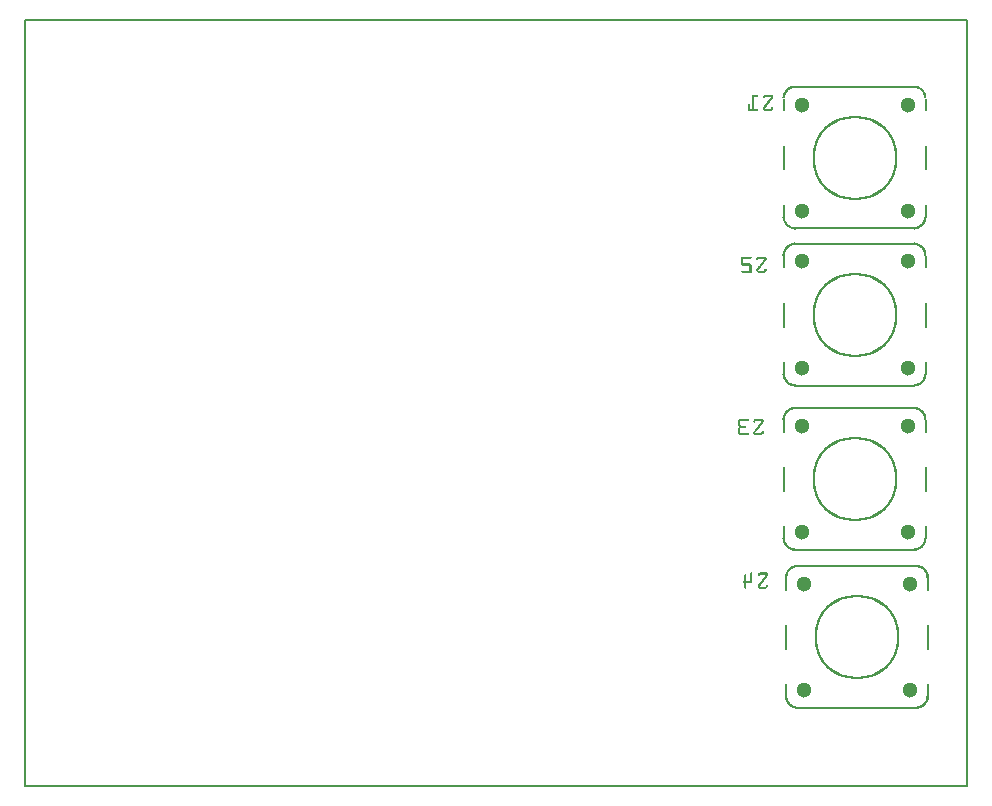
<source format=gbo>
G04 MADE WITH FRITZING*
G04 WWW.FRITZING.ORG*
G04 DOUBLE SIDED*
G04 HOLES PLATED*
G04 CONTOUR ON CENTER OF CONTOUR VECTOR*
%ASAXBY*%
%FSLAX23Y23*%
%MOIN*%
%OFA0B0*%
%SFA1.0B1.0*%
%ADD10C,0.283590X0.26759*%
%ADD11C,0.051181X-0.0039371*%
%ADD12R,3.149610X2.559060X3.133610X2.543060*%
%ADD13C,0.008000*%
%ADD14R,0.001000X0.001000*%
%LNSILK0*%
G90*
G70*
G54D10*
X2771Y2097D03*
G54D11*
X2948Y2274D03*
X2594Y2274D03*
X2594Y1920D03*
X2948Y1920D03*
G54D10*
X2771Y1574D03*
G54D11*
X2948Y1751D03*
X2594Y1751D03*
X2594Y1396D03*
X2948Y1396D03*
G54D10*
X2779Y499D03*
G54D11*
X2956Y676D03*
X2602Y676D03*
X2602Y322D03*
X2956Y322D03*
G54D10*
X2771Y1026D03*
G54D11*
X2948Y1203D03*
X2594Y1203D03*
X2594Y849D03*
X2948Y849D03*
G54D13*
X4Y2555D02*
X3146Y2555D01*
X3146Y4D01*
X4Y4D01*
X4Y2555D01*
D02*
X3007Y2255D02*
X3007Y2294D01*
D02*
X2968Y2333D02*
X2574Y2333D01*
D02*
X2535Y2294D02*
X2535Y2255D01*
D02*
X2535Y2137D02*
X2535Y2058D01*
D02*
X2535Y1940D02*
X2535Y1900D01*
D02*
X2574Y1861D02*
X2968Y1861D01*
D02*
X3007Y1900D02*
X3007Y1940D01*
D02*
X3007Y2058D02*
X3007Y2137D01*
D02*
X3007Y1731D02*
X3007Y1770D01*
D02*
X2968Y1810D02*
X2574Y1810D01*
D02*
X2535Y1770D02*
X2535Y1731D01*
D02*
X2535Y1613D02*
X2535Y1534D01*
D02*
X2535Y1416D02*
X2535Y1377D01*
D02*
X2574Y1337D02*
X2968Y1337D01*
D02*
X3007Y1377D02*
X3007Y1416D01*
D02*
X3007Y1534D02*
X3007Y1613D01*
D02*
X3015Y657D02*
X3015Y696D01*
D02*
X2976Y736D02*
X2582Y736D01*
D02*
X2542Y696D02*
X2542Y657D01*
D02*
X2542Y539D02*
X2542Y460D01*
D02*
X2542Y342D02*
X2542Y302D01*
D02*
X2582Y263D02*
X2976Y263D01*
D02*
X3015Y302D02*
X3015Y342D01*
D02*
X3015Y460D02*
X3015Y539D01*
D02*
X3007Y1184D02*
X3007Y1223D01*
D02*
X2968Y1262D02*
X2574Y1262D01*
D02*
X2535Y1223D02*
X2535Y1184D01*
D02*
X2535Y1066D02*
X2535Y987D01*
D02*
X2535Y869D02*
X2535Y829D01*
D02*
X2574Y790D02*
X2968Y790D01*
D02*
X3007Y829D02*
X3007Y869D01*
D02*
X3007Y987D02*
X3007Y1066D01*
G54D14*
X2565Y2337D02*
X2573Y2337D01*
X2967Y2337D02*
X2975Y2337D01*
X2561Y2336D02*
X2573Y2336D01*
X2967Y2336D02*
X2979Y2336D01*
X2558Y2335D02*
X2573Y2335D01*
X2967Y2335D02*
X2981Y2335D01*
X2556Y2334D02*
X2573Y2334D01*
X2967Y2334D02*
X2984Y2334D01*
X2554Y2333D02*
X2573Y2333D01*
X2967Y2333D02*
X2986Y2333D01*
X2552Y2332D02*
X2573Y2332D01*
X2967Y2332D02*
X2988Y2332D01*
X2550Y2331D02*
X2573Y2331D01*
X2967Y2331D02*
X2989Y2331D01*
X2549Y2330D02*
X2572Y2330D01*
X2967Y2330D02*
X2991Y2330D01*
X2547Y2329D02*
X2564Y2329D01*
X2975Y2329D02*
X2992Y2329D01*
X2546Y2328D02*
X2561Y2328D01*
X2979Y2328D02*
X2994Y2328D01*
X2545Y2327D02*
X2558Y2327D01*
X2981Y2327D02*
X2995Y2327D01*
X2544Y2326D02*
X2556Y2326D01*
X2983Y2326D02*
X2996Y2326D01*
X2543Y2325D02*
X2555Y2325D01*
X2985Y2325D02*
X2997Y2325D01*
X2542Y2324D02*
X2553Y2324D01*
X2987Y2324D02*
X2998Y2324D01*
X2541Y2323D02*
X2552Y2323D01*
X2988Y2323D02*
X2999Y2323D01*
X2540Y2322D02*
X2550Y2322D01*
X2989Y2322D02*
X3000Y2322D01*
X2539Y2321D02*
X2549Y2321D01*
X2991Y2321D02*
X3000Y2321D01*
X2538Y2320D02*
X2548Y2320D01*
X2992Y2320D02*
X3001Y2320D01*
X2538Y2319D02*
X2547Y2319D01*
X2993Y2319D02*
X3002Y2319D01*
X2537Y2318D02*
X2546Y2318D01*
X2994Y2318D02*
X3002Y2318D01*
X2537Y2317D02*
X2545Y2317D01*
X2994Y2317D02*
X3003Y2317D01*
X2536Y2316D02*
X2544Y2316D01*
X2995Y2316D02*
X3004Y2316D01*
X2535Y2315D02*
X2544Y2315D01*
X2996Y2315D02*
X3004Y2315D01*
X2535Y2314D02*
X2543Y2314D01*
X2997Y2314D02*
X3005Y2314D01*
X2534Y2313D02*
X2542Y2313D01*
X2997Y2313D02*
X3005Y2313D01*
X2534Y2312D02*
X2542Y2312D01*
X2998Y2312D02*
X3006Y2312D01*
X2533Y2311D02*
X2541Y2311D01*
X2998Y2311D02*
X3006Y2311D01*
X2533Y2310D02*
X2541Y2310D01*
X2999Y2310D02*
X3007Y2310D01*
X2533Y2309D02*
X2540Y2309D01*
X2999Y2309D02*
X3007Y2309D01*
X2532Y2308D02*
X2540Y2308D01*
X3000Y2308D02*
X3007Y2308D01*
X2428Y2307D02*
X2446Y2307D01*
X2472Y2307D02*
X2492Y2307D01*
X2532Y2307D02*
X2539Y2307D01*
X3000Y2307D02*
X3008Y2307D01*
X2428Y2306D02*
X2447Y2306D01*
X2469Y2306D02*
X2494Y2306D01*
X2532Y2306D02*
X2539Y2306D01*
X3001Y2306D02*
X3008Y2306D01*
X2428Y2305D02*
X2448Y2305D01*
X2468Y2305D02*
X2496Y2305D01*
X2532Y2305D02*
X2539Y2305D01*
X3001Y2305D02*
X3008Y2305D01*
X2428Y2304D02*
X2448Y2304D01*
X2467Y2304D02*
X2496Y2304D01*
X2531Y2304D02*
X2538Y2304D01*
X3001Y2304D02*
X3008Y2304D01*
X2428Y2303D02*
X2448Y2303D01*
X2466Y2303D02*
X2497Y2303D01*
X2531Y2303D02*
X2538Y2303D01*
X3001Y2303D02*
X3009Y2303D01*
X2428Y2302D02*
X2447Y2302D01*
X2465Y2302D02*
X2498Y2302D01*
X2531Y2302D02*
X2538Y2302D01*
X3002Y2302D02*
X3009Y2302D01*
X2428Y2301D02*
X2446Y2301D01*
X2465Y2301D02*
X2498Y2301D01*
X2531Y2301D02*
X2538Y2301D01*
X3002Y2301D02*
X3009Y2301D01*
X2428Y2300D02*
X2434Y2300D01*
X2465Y2300D02*
X2472Y2300D01*
X2492Y2300D02*
X2498Y2300D01*
X2531Y2300D02*
X2538Y2300D01*
X3002Y2300D02*
X3009Y2300D01*
X2428Y2299D02*
X2434Y2299D01*
X2465Y2299D02*
X2471Y2299D01*
X2492Y2299D02*
X2498Y2299D01*
X2530Y2299D02*
X2537Y2299D01*
X3002Y2299D02*
X3009Y2299D01*
X2428Y2298D02*
X2434Y2298D01*
X2464Y2298D02*
X2470Y2298D01*
X2491Y2298D02*
X2498Y2298D01*
X2530Y2298D02*
X2537Y2298D01*
X3002Y2298D02*
X3009Y2298D01*
X2428Y2297D02*
X2434Y2297D01*
X2465Y2297D02*
X2470Y2297D01*
X2490Y2297D02*
X2498Y2297D01*
X2530Y2297D02*
X2537Y2297D01*
X3002Y2297D02*
X3009Y2297D01*
X2428Y2296D02*
X2434Y2296D01*
X2465Y2296D02*
X2470Y2296D01*
X2490Y2296D02*
X2497Y2296D01*
X2530Y2296D02*
X2537Y2296D01*
X3002Y2296D02*
X3009Y2296D01*
X2428Y2295D02*
X2434Y2295D01*
X2466Y2295D02*
X2469Y2295D01*
X2489Y2295D02*
X2497Y2295D01*
X2530Y2295D02*
X2537Y2295D01*
X3002Y2295D02*
X3009Y2295D01*
X2428Y2294D02*
X2434Y2294D01*
X2488Y2294D02*
X2496Y2294D01*
X2428Y2293D02*
X2434Y2293D01*
X2487Y2293D02*
X2495Y2293D01*
X2428Y2292D02*
X2434Y2292D01*
X2486Y2292D02*
X2494Y2292D01*
X2428Y2291D02*
X2434Y2291D01*
X2486Y2291D02*
X2494Y2291D01*
X2428Y2290D02*
X2434Y2290D01*
X2485Y2290D02*
X2493Y2290D01*
X2428Y2289D02*
X2434Y2289D01*
X2484Y2289D02*
X2492Y2289D01*
X2428Y2288D02*
X2434Y2288D01*
X2483Y2288D02*
X2491Y2288D01*
X2428Y2287D02*
X2434Y2287D01*
X2483Y2287D02*
X2491Y2287D01*
X2428Y2286D02*
X2434Y2286D01*
X2482Y2286D02*
X2490Y2286D01*
X2428Y2285D02*
X2434Y2285D01*
X2481Y2285D02*
X2489Y2285D01*
X2428Y2284D02*
X2434Y2284D01*
X2480Y2284D02*
X2488Y2284D01*
X2428Y2283D02*
X2434Y2283D01*
X2479Y2283D02*
X2487Y2283D01*
X2428Y2282D02*
X2434Y2282D01*
X2479Y2282D02*
X2487Y2282D01*
X2428Y2281D02*
X2434Y2281D01*
X2478Y2281D02*
X2486Y2281D01*
X2428Y2280D02*
X2434Y2280D01*
X2477Y2280D02*
X2485Y2280D01*
X2428Y2279D02*
X2434Y2279D01*
X2476Y2279D02*
X2484Y2279D01*
X2428Y2278D02*
X2434Y2278D01*
X2476Y2278D02*
X2484Y2278D01*
X2416Y2277D02*
X2419Y2277D01*
X2428Y2277D02*
X2434Y2277D01*
X2475Y2277D02*
X2483Y2277D01*
X2415Y2276D02*
X2420Y2276D01*
X2428Y2276D02*
X2434Y2276D01*
X2474Y2276D02*
X2482Y2276D01*
X2414Y2275D02*
X2420Y2275D01*
X2428Y2275D02*
X2434Y2275D01*
X2473Y2275D02*
X2481Y2275D01*
X2414Y2274D02*
X2420Y2274D01*
X2428Y2274D02*
X2434Y2274D01*
X2472Y2274D02*
X2480Y2274D01*
X2414Y2273D02*
X2420Y2273D01*
X2428Y2273D02*
X2434Y2273D01*
X2472Y2273D02*
X2480Y2273D01*
X2414Y2272D02*
X2420Y2272D01*
X2428Y2272D02*
X2434Y2272D01*
X2471Y2272D02*
X2479Y2272D01*
X2414Y2271D02*
X2420Y2271D01*
X2428Y2271D02*
X2434Y2271D01*
X2470Y2271D02*
X2478Y2271D01*
X2414Y2270D02*
X2420Y2270D01*
X2428Y2270D02*
X2434Y2270D01*
X2469Y2270D02*
X2477Y2270D01*
X2414Y2269D02*
X2420Y2269D01*
X2428Y2269D02*
X2434Y2269D01*
X2469Y2269D02*
X2477Y2269D01*
X2414Y2268D02*
X2420Y2268D01*
X2428Y2268D02*
X2434Y2268D01*
X2468Y2268D02*
X2476Y2268D01*
X2414Y2267D02*
X2420Y2267D01*
X2428Y2267D02*
X2434Y2267D01*
X2467Y2267D02*
X2475Y2267D01*
X2414Y2266D02*
X2420Y2266D01*
X2428Y2266D02*
X2434Y2266D01*
X2466Y2266D02*
X2474Y2266D01*
X2414Y2265D02*
X2420Y2265D01*
X2428Y2265D02*
X2434Y2265D01*
X2466Y2265D02*
X2474Y2265D01*
X2493Y2265D02*
X2497Y2265D01*
X2414Y2264D02*
X2420Y2264D01*
X2428Y2264D02*
X2434Y2264D01*
X2465Y2264D02*
X2473Y2264D01*
X2492Y2264D02*
X2498Y2264D01*
X2414Y2263D02*
X2420Y2263D01*
X2428Y2263D02*
X2434Y2263D01*
X2465Y2263D02*
X2472Y2263D01*
X2492Y2263D02*
X2498Y2263D01*
X2414Y2262D02*
X2420Y2262D01*
X2428Y2262D02*
X2434Y2262D01*
X2464Y2262D02*
X2471Y2262D01*
X2492Y2262D02*
X2498Y2262D01*
X2414Y2261D02*
X2420Y2261D01*
X2428Y2261D02*
X2434Y2261D01*
X2464Y2261D02*
X2471Y2261D01*
X2491Y2261D02*
X2498Y2261D01*
X2414Y2260D02*
X2445Y2260D01*
X2465Y2260D02*
X2498Y2260D01*
X2414Y2259D02*
X2447Y2259D01*
X2465Y2259D02*
X2497Y2259D01*
X2414Y2258D02*
X2447Y2258D01*
X2465Y2258D02*
X2497Y2258D01*
X2414Y2257D02*
X2448Y2257D01*
X2466Y2257D02*
X2496Y2257D01*
X2414Y2256D02*
X2448Y2256D01*
X2466Y2256D02*
X2495Y2256D01*
X2415Y2255D02*
X2447Y2255D01*
X2467Y2255D02*
X2494Y2255D01*
X2416Y2254D02*
X2447Y2254D01*
X2469Y2254D02*
X2493Y2254D01*
X2530Y1900D02*
X2537Y1900D01*
X3002Y1900D02*
X3009Y1900D01*
X2530Y1899D02*
X2537Y1899D01*
X3002Y1899D02*
X3009Y1899D01*
X2530Y1898D02*
X2537Y1898D01*
X3002Y1898D02*
X3009Y1898D01*
X2530Y1897D02*
X2537Y1897D01*
X3002Y1897D02*
X3009Y1897D01*
X2530Y1896D02*
X2537Y1896D01*
X3002Y1896D02*
X3009Y1896D01*
X2531Y1895D02*
X2538Y1895D01*
X3002Y1895D02*
X3009Y1895D01*
X2531Y1894D02*
X2538Y1894D01*
X3002Y1894D02*
X3009Y1894D01*
X2531Y1893D02*
X2538Y1893D01*
X3002Y1893D02*
X3009Y1893D01*
X2531Y1892D02*
X2538Y1892D01*
X3001Y1892D02*
X3009Y1892D01*
X2531Y1891D02*
X2538Y1891D01*
X3001Y1891D02*
X3008Y1891D01*
X2532Y1890D02*
X2539Y1890D01*
X3001Y1890D02*
X3008Y1890D01*
X2532Y1889D02*
X2539Y1889D01*
X3000Y1889D02*
X3008Y1889D01*
X2532Y1888D02*
X2539Y1888D01*
X3000Y1888D02*
X3007Y1888D01*
X2532Y1887D02*
X2540Y1887D01*
X3000Y1887D02*
X3007Y1887D01*
X2533Y1886D02*
X2540Y1886D01*
X2999Y1886D02*
X3007Y1886D01*
X2533Y1885D02*
X2541Y1885D01*
X2999Y1885D02*
X3006Y1885D01*
X2534Y1884D02*
X2541Y1884D01*
X2998Y1884D02*
X3006Y1884D01*
X2534Y1883D02*
X2542Y1883D01*
X2998Y1883D02*
X3006Y1883D01*
X2535Y1882D02*
X2543Y1882D01*
X2997Y1882D02*
X3005Y1882D01*
X2535Y1881D02*
X2543Y1881D01*
X2996Y1881D02*
X3005Y1881D01*
X2536Y1880D02*
X2544Y1880D01*
X2996Y1880D02*
X3004Y1880D01*
X2536Y1879D02*
X2545Y1879D01*
X2995Y1879D02*
X3003Y1879D01*
X2537Y1878D02*
X2545Y1878D01*
X2994Y1878D02*
X3003Y1878D01*
X2537Y1877D02*
X2546Y1877D01*
X2993Y1877D02*
X3002Y1877D01*
X2538Y1876D02*
X2547Y1876D01*
X2992Y1876D02*
X3002Y1876D01*
X2539Y1875D02*
X2548Y1875D01*
X2991Y1875D02*
X3001Y1875D01*
X2539Y1874D02*
X2549Y1874D01*
X2990Y1874D02*
X3000Y1874D01*
X2540Y1873D02*
X2551Y1873D01*
X2989Y1873D02*
X2999Y1873D01*
X2541Y1872D02*
X2552Y1872D01*
X2988Y1872D02*
X2998Y1872D01*
X2542Y1871D02*
X2553Y1871D01*
X2986Y1871D02*
X2998Y1871D01*
X2543Y1870D02*
X2555Y1870D01*
X2985Y1870D02*
X2997Y1870D01*
X2544Y1869D02*
X2557Y1869D01*
X2983Y1869D02*
X2995Y1869D01*
X2545Y1868D02*
X2559Y1868D01*
X2980Y1868D02*
X2994Y1868D01*
X2546Y1867D02*
X2562Y1867D01*
X2978Y1867D02*
X2993Y1867D01*
X2548Y1866D02*
X2566Y1866D01*
X2973Y1866D02*
X2992Y1866D01*
X2549Y1865D02*
X2572Y1865D01*
X2967Y1865D02*
X2990Y1865D01*
X2551Y1864D02*
X2573Y1864D01*
X2967Y1864D02*
X2989Y1864D01*
X2552Y1863D02*
X2573Y1863D01*
X2967Y1863D02*
X2987Y1863D01*
X2554Y1862D02*
X2573Y1862D01*
X2967Y1862D02*
X2985Y1862D01*
X2557Y1861D02*
X2573Y1861D01*
X2967Y1861D02*
X2983Y1861D01*
X2559Y1860D02*
X2573Y1860D01*
X2967Y1860D02*
X2980Y1860D01*
X2562Y1859D02*
X2573Y1859D01*
X2967Y1859D02*
X2977Y1859D01*
X2567Y1858D02*
X2573Y1858D01*
X2967Y1858D02*
X2972Y1858D01*
X2569Y1814D02*
X2572Y1814D01*
X2967Y1814D02*
X2970Y1814D01*
X2564Y1813D02*
X2573Y1813D01*
X2967Y1813D02*
X2976Y1813D01*
X2560Y1812D02*
X2573Y1812D01*
X2967Y1812D02*
X2980Y1812D01*
X2557Y1811D02*
X2573Y1811D01*
X2967Y1811D02*
X2982Y1811D01*
X2555Y1810D02*
X2573Y1810D01*
X2967Y1810D02*
X2985Y1810D01*
X2553Y1809D02*
X2573Y1809D01*
X2967Y1809D02*
X2987Y1809D01*
X2551Y1808D02*
X2573Y1808D01*
X2967Y1808D02*
X2988Y1808D01*
X2550Y1807D02*
X2573Y1807D01*
X2967Y1807D02*
X2990Y1807D01*
X2548Y1806D02*
X2568Y1806D01*
X2971Y1806D02*
X2991Y1806D01*
X2547Y1805D02*
X2563Y1805D01*
X2976Y1805D02*
X2993Y1805D01*
X2546Y1804D02*
X2560Y1804D01*
X2980Y1804D02*
X2994Y1804D01*
X2544Y1803D02*
X2558Y1803D01*
X2982Y1803D02*
X2995Y1803D01*
X2543Y1802D02*
X2556Y1802D01*
X2984Y1802D02*
X2996Y1802D01*
X2542Y1801D02*
X2554Y1801D01*
X2986Y1801D02*
X2997Y1801D01*
X2541Y1800D02*
X2552Y1800D01*
X2987Y1800D02*
X2998Y1800D01*
X2541Y1799D02*
X2551Y1799D01*
X2988Y1799D02*
X2999Y1799D01*
X2540Y1798D02*
X2550Y1798D01*
X2990Y1798D02*
X3000Y1798D01*
X2539Y1797D02*
X2549Y1797D01*
X2991Y1797D02*
X3001Y1797D01*
X2538Y1796D02*
X2548Y1796D01*
X2992Y1796D02*
X3001Y1796D01*
X2538Y1795D02*
X2547Y1795D01*
X2993Y1795D02*
X3002Y1795D01*
X2537Y1794D02*
X2546Y1794D01*
X2994Y1794D02*
X3003Y1794D01*
X2536Y1793D02*
X2545Y1793D01*
X2995Y1793D02*
X3003Y1793D01*
X2536Y1792D02*
X2544Y1792D01*
X2995Y1792D02*
X3004Y1792D01*
X2535Y1791D02*
X2543Y1791D01*
X2996Y1791D02*
X3004Y1791D01*
X2535Y1790D02*
X2543Y1790D01*
X2997Y1790D02*
X3005Y1790D01*
X2534Y1789D02*
X2542Y1789D01*
X2997Y1789D02*
X3005Y1789D01*
X2534Y1788D02*
X2542Y1788D01*
X2998Y1788D02*
X3006Y1788D01*
X2533Y1787D02*
X2541Y1787D01*
X2999Y1787D02*
X3006Y1787D01*
X2533Y1786D02*
X2540Y1786D01*
X2999Y1786D02*
X3007Y1786D01*
X2533Y1785D02*
X2540Y1785D01*
X3000Y1785D02*
X3007Y1785D01*
X2532Y1784D02*
X2540Y1784D01*
X3000Y1784D02*
X3007Y1784D01*
X2532Y1783D02*
X2539Y1783D01*
X3000Y1783D02*
X3008Y1783D01*
X2532Y1782D02*
X2539Y1782D01*
X3001Y1782D02*
X3008Y1782D01*
X2531Y1781D02*
X2539Y1781D01*
X3001Y1781D02*
X3008Y1781D01*
X2531Y1780D02*
X2538Y1780D01*
X3001Y1780D02*
X3008Y1780D01*
X2531Y1779D02*
X2538Y1779D01*
X3002Y1779D02*
X3009Y1779D01*
X2531Y1778D02*
X2538Y1778D01*
X3002Y1778D02*
X3009Y1778D01*
X2531Y1777D02*
X2538Y1777D01*
X3002Y1777D02*
X3009Y1777D01*
X2530Y1776D02*
X2538Y1776D01*
X3002Y1776D02*
X3009Y1776D01*
X2530Y1775D02*
X2537Y1775D01*
X3002Y1775D02*
X3009Y1775D01*
X2530Y1774D02*
X2537Y1774D01*
X3002Y1774D02*
X3009Y1774D01*
X2530Y1773D02*
X2537Y1773D01*
X3002Y1773D02*
X3009Y1773D01*
X2530Y1772D02*
X2537Y1772D01*
X3002Y1772D02*
X3009Y1772D01*
X2530Y1771D02*
X2537Y1771D01*
X3003Y1771D02*
X3009Y1771D01*
X2397Y1767D02*
X2425Y1767D01*
X2449Y1767D02*
X2472Y1767D01*
X2395Y1766D02*
X2425Y1766D01*
X2447Y1766D02*
X2473Y1766D01*
X2394Y1765D02*
X2426Y1765D01*
X2446Y1765D02*
X2474Y1765D01*
X2393Y1764D02*
X2426Y1764D01*
X2445Y1764D02*
X2475Y1764D01*
X2393Y1763D02*
X2426Y1763D01*
X2444Y1763D02*
X2476Y1763D01*
X2393Y1762D02*
X2425Y1762D01*
X2443Y1762D02*
X2476Y1762D01*
X2393Y1761D02*
X2424Y1761D01*
X2443Y1761D02*
X2476Y1761D01*
X2392Y1760D02*
X2398Y1760D01*
X2443Y1760D02*
X2450Y1760D01*
X2470Y1760D02*
X2476Y1760D01*
X2392Y1759D02*
X2398Y1759D01*
X2443Y1759D02*
X2449Y1759D01*
X2470Y1759D02*
X2476Y1759D01*
X2392Y1758D02*
X2398Y1758D01*
X2443Y1758D02*
X2449Y1758D01*
X2469Y1758D02*
X2476Y1758D01*
X2392Y1757D02*
X2398Y1757D01*
X2443Y1757D02*
X2448Y1757D01*
X2468Y1757D02*
X2476Y1757D01*
X2392Y1756D02*
X2398Y1756D01*
X2444Y1756D02*
X2448Y1756D01*
X2468Y1756D02*
X2475Y1756D01*
X2392Y1755D02*
X2398Y1755D01*
X2445Y1755D02*
X2446Y1755D01*
X2467Y1755D02*
X2475Y1755D01*
X2392Y1754D02*
X2398Y1754D01*
X2466Y1754D02*
X2474Y1754D01*
X2392Y1753D02*
X2398Y1753D01*
X2465Y1753D02*
X2473Y1753D01*
X2392Y1752D02*
X2398Y1752D01*
X2464Y1752D02*
X2472Y1752D01*
X2392Y1751D02*
X2398Y1751D01*
X2464Y1751D02*
X2472Y1751D01*
X2392Y1750D02*
X2398Y1750D01*
X2463Y1750D02*
X2471Y1750D01*
X2392Y1749D02*
X2398Y1749D01*
X2462Y1749D02*
X2470Y1749D01*
X2392Y1748D02*
X2398Y1748D01*
X2461Y1748D02*
X2469Y1748D01*
X2392Y1747D02*
X2398Y1747D01*
X2461Y1747D02*
X2469Y1747D01*
X2392Y1746D02*
X2398Y1746D01*
X2460Y1746D02*
X2468Y1746D01*
X2392Y1745D02*
X2398Y1745D01*
X2459Y1745D02*
X2467Y1745D01*
X2392Y1744D02*
X2420Y1744D01*
X2458Y1744D02*
X2466Y1744D01*
X2393Y1743D02*
X2423Y1743D01*
X2457Y1743D02*
X2465Y1743D01*
X2393Y1742D02*
X2424Y1742D01*
X2457Y1742D02*
X2465Y1742D01*
X2393Y1741D02*
X2425Y1741D01*
X2456Y1741D02*
X2464Y1741D01*
X2394Y1740D02*
X2425Y1740D01*
X2455Y1740D02*
X2463Y1740D01*
X2395Y1739D02*
X2426Y1739D01*
X2454Y1739D02*
X2462Y1739D01*
X2396Y1738D02*
X2426Y1738D01*
X2454Y1738D02*
X2462Y1738D01*
X2420Y1737D02*
X2426Y1737D01*
X2453Y1737D02*
X2461Y1737D01*
X2420Y1736D02*
X2426Y1736D01*
X2452Y1736D02*
X2460Y1736D01*
X2420Y1735D02*
X2426Y1735D01*
X2451Y1735D02*
X2459Y1735D01*
X2420Y1734D02*
X2426Y1734D01*
X2450Y1734D02*
X2458Y1734D01*
X2420Y1733D02*
X2426Y1733D01*
X2450Y1733D02*
X2458Y1733D01*
X2420Y1732D02*
X2426Y1732D01*
X2449Y1732D02*
X2457Y1732D01*
X2420Y1731D02*
X2426Y1731D01*
X2448Y1731D02*
X2456Y1731D01*
X2420Y1730D02*
X2426Y1730D01*
X2447Y1730D02*
X2455Y1730D01*
X2420Y1729D02*
X2426Y1729D01*
X2447Y1729D02*
X2455Y1729D01*
X2420Y1728D02*
X2426Y1728D01*
X2446Y1728D02*
X2454Y1728D01*
X2420Y1727D02*
X2426Y1727D01*
X2445Y1727D02*
X2453Y1727D01*
X2420Y1726D02*
X2426Y1726D01*
X2444Y1726D02*
X2452Y1726D01*
X2472Y1726D02*
X2474Y1726D01*
X2420Y1725D02*
X2426Y1725D01*
X2444Y1725D02*
X2451Y1725D01*
X2471Y1725D02*
X2475Y1725D01*
X2420Y1724D02*
X2426Y1724D01*
X2443Y1724D02*
X2451Y1724D01*
X2470Y1724D02*
X2476Y1724D01*
X2420Y1723D02*
X2426Y1723D01*
X2443Y1723D02*
X2450Y1723D01*
X2470Y1723D02*
X2476Y1723D01*
X2420Y1722D02*
X2426Y1722D01*
X2443Y1722D02*
X2449Y1722D01*
X2470Y1722D02*
X2476Y1722D01*
X2420Y1721D02*
X2426Y1721D01*
X2443Y1721D02*
X2449Y1721D01*
X2469Y1721D02*
X2476Y1721D01*
X2394Y1720D02*
X2426Y1720D01*
X2443Y1720D02*
X2476Y1720D01*
X2393Y1719D02*
X2426Y1719D01*
X2443Y1719D02*
X2475Y1719D01*
X2393Y1718D02*
X2426Y1718D01*
X2444Y1718D02*
X2475Y1718D01*
X2393Y1717D02*
X2426Y1717D01*
X2444Y1717D02*
X2474Y1717D01*
X2393Y1716D02*
X2426Y1716D01*
X2445Y1716D02*
X2473Y1716D01*
X2393Y1715D02*
X2426Y1715D01*
X2446Y1715D02*
X2472Y1715D01*
X2394Y1714D02*
X2426Y1714D01*
X2448Y1714D02*
X2470Y1714D01*
X2530Y1377D02*
X2537Y1377D01*
X3003Y1377D02*
X3009Y1377D01*
X2530Y1376D02*
X2537Y1376D01*
X3002Y1376D02*
X3009Y1376D01*
X2530Y1375D02*
X2537Y1375D01*
X3002Y1375D02*
X3009Y1375D01*
X2530Y1374D02*
X2537Y1374D01*
X3002Y1374D02*
X3009Y1374D01*
X2530Y1373D02*
X2537Y1373D01*
X3002Y1373D02*
X3009Y1373D01*
X2530Y1372D02*
X2538Y1372D01*
X3002Y1372D02*
X3009Y1372D01*
X2531Y1371D02*
X2538Y1371D01*
X3002Y1371D02*
X3009Y1371D01*
X2531Y1370D02*
X2538Y1370D01*
X3002Y1370D02*
X3009Y1370D01*
X2531Y1369D02*
X2538Y1369D01*
X3002Y1369D02*
X3009Y1369D01*
X2531Y1368D02*
X2538Y1368D01*
X3001Y1368D02*
X3008Y1368D01*
X2531Y1367D02*
X2539Y1367D01*
X3001Y1367D02*
X3008Y1367D01*
X2532Y1366D02*
X2539Y1366D01*
X3001Y1366D02*
X3008Y1366D01*
X2532Y1365D02*
X2539Y1365D01*
X3000Y1365D02*
X3008Y1365D01*
X2532Y1364D02*
X2540Y1364D01*
X3000Y1364D02*
X3007Y1364D01*
X2533Y1363D02*
X2540Y1363D01*
X3000Y1363D02*
X3007Y1363D01*
X2533Y1362D02*
X2540Y1362D01*
X2999Y1362D02*
X3007Y1362D01*
X2533Y1361D02*
X2541Y1361D01*
X2999Y1361D02*
X3006Y1361D01*
X2534Y1360D02*
X2542Y1360D01*
X2998Y1360D02*
X3006Y1360D01*
X2534Y1359D02*
X2542Y1359D01*
X2997Y1359D02*
X3005Y1359D01*
X2535Y1358D02*
X2543Y1358D01*
X2997Y1358D02*
X3005Y1358D01*
X2535Y1357D02*
X2543Y1357D01*
X2996Y1357D02*
X3004Y1357D01*
X2536Y1356D02*
X2544Y1356D01*
X2995Y1356D02*
X3004Y1356D01*
X2536Y1355D02*
X2545Y1355D01*
X2995Y1355D02*
X3003Y1355D01*
X2537Y1354D02*
X2546Y1354D01*
X2994Y1354D02*
X3003Y1354D01*
X2538Y1353D02*
X2547Y1353D01*
X2993Y1353D02*
X3002Y1353D01*
X2538Y1352D02*
X2548Y1352D01*
X2992Y1352D02*
X3001Y1352D01*
X2539Y1351D02*
X2549Y1351D01*
X2991Y1351D02*
X3001Y1351D01*
X2540Y1350D02*
X2550Y1350D01*
X2990Y1350D02*
X3000Y1350D01*
X2541Y1349D02*
X2551Y1349D01*
X2989Y1349D02*
X2999Y1349D01*
X2541Y1348D02*
X2552Y1348D01*
X2987Y1348D02*
X2998Y1348D01*
X2542Y1347D02*
X2554Y1347D01*
X2986Y1347D02*
X2997Y1347D01*
X2543Y1346D02*
X2556Y1346D01*
X2984Y1346D02*
X2996Y1346D01*
X2544Y1345D02*
X2558Y1345D01*
X2982Y1345D02*
X2995Y1345D01*
X2546Y1344D02*
X2560Y1344D01*
X2980Y1344D02*
X2994Y1344D01*
X2547Y1343D02*
X2563Y1343D01*
X2976Y1343D02*
X2993Y1343D01*
X2548Y1342D02*
X2569Y1342D01*
X2971Y1342D02*
X2991Y1342D01*
X2550Y1341D02*
X2573Y1341D01*
X2967Y1341D02*
X2990Y1341D01*
X2551Y1340D02*
X2573Y1340D01*
X2967Y1340D02*
X2988Y1340D01*
X2553Y1339D02*
X2573Y1339D01*
X2967Y1339D02*
X2987Y1339D01*
X2555Y1338D02*
X2573Y1338D01*
X2967Y1338D02*
X2985Y1338D01*
X2557Y1337D02*
X2573Y1337D01*
X2967Y1337D02*
X2982Y1337D01*
X2560Y1336D02*
X2573Y1336D01*
X2967Y1336D02*
X2980Y1336D01*
X2564Y1335D02*
X2573Y1335D01*
X2967Y1335D02*
X2976Y1335D01*
X2569Y1334D02*
X2572Y1334D01*
X2967Y1334D02*
X2970Y1334D01*
X2565Y1266D02*
X2573Y1266D01*
X2967Y1266D02*
X2974Y1266D01*
X2561Y1265D02*
X2573Y1265D01*
X2967Y1265D02*
X2978Y1265D01*
X2558Y1264D02*
X2573Y1264D01*
X2967Y1264D02*
X2981Y1264D01*
X2556Y1263D02*
X2573Y1263D01*
X2967Y1263D02*
X2984Y1263D01*
X2554Y1262D02*
X2573Y1262D01*
X2967Y1262D02*
X2986Y1262D01*
X2552Y1261D02*
X2573Y1261D01*
X2967Y1261D02*
X2988Y1261D01*
X2550Y1260D02*
X2573Y1260D01*
X2967Y1260D02*
X2989Y1260D01*
X2549Y1259D02*
X2572Y1259D01*
X2967Y1259D02*
X2991Y1259D01*
X2547Y1258D02*
X2565Y1258D01*
X2975Y1258D02*
X2992Y1258D01*
X2546Y1257D02*
X2561Y1257D01*
X2979Y1257D02*
X2994Y1257D01*
X2545Y1256D02*
X2558Y1256D01*
X2981Y1256D02*
X2995Y1256D01*
X2544Y1255D02*
X2556Y1255D01*
X2983Y1255D02*
X2996Y1255D01*
X2543Y1254D02*
X2555Y1254D01*
X2985Y1254D02*
X2997Y1254D01*
X2542Y1253D02*
X2553Y1253D01*
X2987Y1253D02*
X2998Y1253D01*
X2541Y1252D02*
X2552Y1252D01*
X2988Y1252D02*
X2999Y1252D01*
X2540Y1251D02*
X2550Y1251D01*
X2989Y1251D02*
X3000Y1251D01*
X2539Y1250D02*
X2549Y1250D01*
X2990Y1250D02*
X3000Y1250D01*
X2539Y1249D02*
X2548Y1249D01*
X2992Y1249D02*
X3001Y1249D01*
X2538Y1248D02*
X2547Y1248D01*
X2993Y1248D02*
X3002Y1248D01*
X2537Y1247D02*
X2546Y1247D01*
X2993Y1247D02*
X3002Y1247D01*
X2537Y1246D02*
X2545Y1246D01*
X2994Y1246D02*
X3003Y1246D01*
X2536Y1245D02*
X2544Y1245D01*
X2995Y1245D02*
X3004Y1245D01*
X2535Y1244D02*
X2544Y1244D01*
X2996Y1244D02*
X3004Y1244D01*
X2535Y1243D02*
X2543Y1243D01*
X2997Y1243D02*
X3005Y1243D01*
X2534Y1242D02*
X2542Y1242D01*
X2997Y1242D02*
X3005Y1242D01*
X2534Y1241D02*
X2542Y1241D01*
X2998Y1241D02*
X3006Y1241D01*
X2533Y1240D02*
X2541Y1240D01*
X2998Y1240D02*
X3006Y1240D01*
X2533Y1239D02*
X2541Y1239D01*
X2999Y1239D02*
X3006Y1239D01*
X2533Y1238D02*
X2540Y1238D01*
X2999Y1238D02*
X3007Y1238D01*
X2532Y1237D02*
X2540Y1237D01*
X3000Y1237D02*
X3007Y1237D01*
X2532Y1236D02*
X2539Y1236D01*
X3000Y1236D02*
X3008Y1236D01*
X2532Y1235D02*
X2539Y1235D01*
X3001Y1235D02*
X3008Y1235D01*
X2532Y1234D02*
X2539Y1234D01*
X3001Y1234D02*
X3008Y1234D01*
X2531Y1233D02*
X2538Y1233D01*
X3001Y1233D02*
X3008Y1233D01*
X2531Y1232D02*
X2538Y1232D01*
X3001Y1232D02*
X3009Y1232D01*
X2531Y1231D02*
X2538Y1231D01*
X3002Y1231D02*
X3009Y1231D01*
X2531Y1230D02*
X2538Y1230D01*
X3002Y1230D02*
X3009Y1230D01*
X2531Y1229D02*
X2538Y1229D01*
X3002Y1229D02*
X3009Y1229D01*
X2530Y1228D02*
X2537Y1228D01*
X3002Y1228D02*
X3009Y1228D01*
X2530Y1227D02*
X2537Y1227D01*
X3002Y1227D02*
X3009Y1227D01*
X2387Y1226D02*
X2415Y1226D01*
X2439Y1226D02*
X2462Y1226D01*
X2530Y1226D02*
X2537Y1226D01*
X3002Y1226D02*
X3009Y1226D01*
X2385Y1225D02*
X2416Y1225D01*
X2437Y1225D02*
X2464Y1225D01*
X2530Y1225D02*
X2537Y1225D01*
X3002Y1225D02*
X3009Y1225D01*
X2384Y1224D02*
X2416Y1224D01*
X2436Y1224D02*
X2465Y1224D01*
X2530Y1224D02*
X2537Y1224D01*
X3002Y1224D02*
X3009Y1224D01*
X2384Y1223D02*
X2416Y1223D01*
X2435Y1223D02*
X2465Y1223D01*
X2383Y1222D02*
X2416Y1222D01*
X2434Y1222D02*
X2466Y1222D01*
X2383Y1221D02*
X2416Y1221D01*
X2434Y1221D02*
X2466Y1221D01*
X2383Y1220D02*
X2414Y1220D01*
X2433Y1220D02*
X2466Y1220D01*
X2383Y1219D02*
X2389Y1219D01*
X2433Y1219D02*
X2440Y1219D01*
X2461Y1219D02*
X2467Y1219D01*
X2383Y1218D02*
X2389Y1218D01*
X2433Y1218D02*
X2439Y1218D01*
X2460Y1218D02*
X2466Y1218D01*
X2383Y1217D02*
X2389Y1217D01*
X2433Y1217D02*
X2439Y1217D01*
X2459Y1217D02*
X2466Y1217D01*
X2383Y1216D02*
X2389Y1216D01*
X2433Y1216D02*
X2439Y1216D01*
X2459Y1216D02*
X2466Y1216D01*
X2383Y1215D02*
X2389Y1215D01*
X2434Y1215D02*
X2438Y1215D01*
X2458Y1215D02*
X2466Y1215D01*
X2383Y1214D02*
X2389Y1214D01*
X2435Y1214D02*
X2437Y1214D01*
X2457Y1214D02*
X2465Y1214D01*
X2383Y1213D02*
X2389Y1213D01*
X2456Y1213D02*
X2464Y1213D01*
X2383Y1212D02*
X2389Y1212D01*
X2456Y1212D02*
X2464Y1212D01*
X2383Y1211D02*
X2389Y1211D01*
X2455Y1211D02*
X2463Y1211D01*
X2383Y1210D02*
X2389Y1210D01*
X2454Y1210D02*
X2462Y1210D01*
X2383Y1209D02*
X2389Y1209D01*
X2453Y1209D02*
X2461Y1209D01*
X2383Y1208D02*
X2389Y1208D01*
X2452Y1208D02*
X2460Y1208D01*
X2383Y1207D02*
X2389Y1207D01*
X2452Y1207D02*
X2460Y1207D01*
X2383Y1206D02*
X2389Y1206D01*
X2451Y1206D02*
X2459Y1206D01*
X2383Y1205D02*
X2389Y1205D01*
X2450Y1205D02*
X2458Y1205D01*
X2383Y1204D02*
X2390Y1204D01*
X2449Y1204D02*
X2457Y1204D01*
X2383Y1203D02*
X2407Y1203D01*
X2449Y1203D02*
X2457Y1203D01*
X2384Y1202D02*
X2409Y1202D01*
X2448Y1202D02*
X2456Y1202D01*
X2385Y1201D02*
X2409Y1201D01*
X2447Y1201D02*
X2455Y1201D01*
X2385Y1200D02*
X2409Y1200D01*
X2446Y1200D02*
X2454Y1200D01*
X2385Y1199D02*
X2409Y1199D01*
X2445Y1199D02*
X2453Y1199D01*
X2384Y1198D02*
X2409Y1198D01*
X2445Y1198D02*
X2453Y1198D01*
X2384Y1197D02*
X2408Y1197D01*
X2444Y1197D02*
X2452Y1197D01*
X2383Y1196D02*
X2392Y1196D01*
X2443Y1196D02*
X2451Y1196D01*
X2383Y1195D02*
X2390Y1195D01*
X2442Y1195D02*
X2450Y1195D01*
X2383Y1194D02*
X2389Y1194D01*
X2442Y1194D02*
X2450Y1194D01*
X2383Y1193D02*
X2389Y1193D01*
X2441Y1193D02*
X2449Y1193D01*
X2383Y1192D02*
X2389Y1192D01*
X2440Y1192D02*
X2448Y1192D01*
X2383Y1191D02*
X2389Y1191D01*
X2439Y1191D02*
X2447Y1191D01*
X2383Y1190D02*
X2389Y1190D01*
X2438Y1190D02*
X2446Y1190D01*
X2383Y1189D02*
X2389Y1189D01*
X2438Y1189D02*
X2446Y1189D01*
X2383Y1188D02*
X2389Y1188D01*
X2437Y1188D02*
X2445Y1188D01*
X2383Y1187D02*
X2389Y1187D01*
X2436Y1187D02*
X2444Y1187D01*
X2383Y1186D02*
X2389Y1186D01*
X2435Y1186D02*
X2443Y1186D01*
X2383Y1185D02*
X2389Y1185D01*
X2435Y1185D02*
X2443Y1185D01*
X2463Y1185D02*
X2465Y1185D01*
X2383Y1184D02*
X2389Y1184D01*
X2434Y1184D02*
X2442Y1184D01*
X2461Y1184D02*
X2466Y1184D01*
X2383Y1183D02*
X2389Y1183D01*
X2433Y1183D02*
X2441Y1183D01*
X2461Y1183D02*
X2466Y1183D01*
X2383Y1182D02*
X2389Y1182D01*
X2433Y1182D02*
X2440Y1182D01*
X2461Y1182D02*
X2467Y1182D01*
X2383Y1181D02*
X2389Y1181D01*
X2433Y1181D02*
X2439Y1181D01*
X2460Y1181D02*
X2467Y1181D01*
X2383Y1180D02*
X2389Y1180D01*
X2433Y1180D02*
X2439Y1180D01*
X2460Y1180D02*
X2466Y1180D01*
X2383Y1179D02*
X2415Y1179D01*
X2433Y1179D02*
X2466Y1179D01*
X2383Y1178D02*
X2416Y1178D01*
X2433Y1178D02*
X2466Y1178D01*
X2383Y1177D02*
X2416Y1177D01*
X2434Y1177D02*
X2465Y1177D01*
X2384Y1176D02*
X2416Y1176D01*
X2435Y1176D02*
X2464Y1176D01*
X2385Y1175D02*
X2416Y1175D01*
X2435Y1175D02*
X2463Y1175D01*
X2386Y1174D02*
X2416Y1174D01*
X2436Y1174D02*
X2462Y1174D01*
X2387Y1173D02*
X2415Y1173D01*
X2438Y1173D02*
X2460Y1173D01*
X2530Y829D02*
X2537Y829D01*
X3002Y829D02*
X3009Y829D01*
X2530Y828D02*
X2537Y828D01*
X3002Y828D02*
X3009Y828D01*
X2530Y827D02*
X2537Y827D01*
X3002Y827D02*
X3009Y827D01*
X2530Y826D02*
X2537Y826D01*
X3002Y826D02*
X3009Y826D01*
X2530Y825D02*
X2537Y825D01*
X3002Y825D02*
X3009Y825D01*
X2531Y824D02*
X2538Y824D01*
X3002Y824D02*
X3009Y824D01*
X2531Y823D02*
X2538Y823D01*
X3002Y823D02*
X3009Y823D01*
X2531Y822D02*
X2538Y822D01*
X3002Y822D02*
X3009Y822D01*
X2531Y821D02*
X2538Y821D01*
X3001Y821D02*
X3009Y821D01*
X2531Y820D02*
X2538Y820D01*
X3001Y820D02*
X3008Y820D01*
X2532Y819D02*
X2539Y819D01*
X3001Y819D02*
X3008Y819D01*
X2532Y818D02*
X2539Y818D01*
X3001Y818D02*
X3008Y818D01*
X2532Y817D02*
X2539Y817D01*
X3000Y817D02*
X3007Y817D01*
X2532Y816D02*
X2540Y816D01*
X3000Y816D02*
X3007Y816D01*
X2533Y815D02*
X2540Y815D01*
X2999Y815D02*
X3007Y815D01*
X2533Y814D02*
X2541Y814D01*
X2999Y814D02*
X3006Y814D01*
X2534Y813D02*
X2541Y813D01*
X2998Y813D02*
X3006Y813D01*
X2534Y812D02*
X2542Y812D01*
X2998Y812D02*
X3006Y812D01*
X2535Y811D02*
X2543Y811D01*
X2997Y811D02*
X3005Y811D01*
X2535Y810D02*
X2543Y810D01*
X2996Y810D02*
X3005Y810D01*
X2536Y809D02*
X2544Y809D01*
X2996Y809D02*
X3004Y809D01*
X2536Y808D02*
X2545Y808D01*
X2995Y808D02*
X3003Y808D01*
X2537Y807D02*
X2545Y807D01*
X2994Y807D02*
X3003Y807D01*
X2537Y806D02*
X2546Y806D01*
X2993Y806D02*
X3002Y806D01*
X2538Y805D02*
X2547Y805D01*
X2992Y805D02*
X3002Y805D01*
X2539Y804D02*
X2548Y804D01*
X2991Y804D02*
X3001Y804D01*
X2539Y803D02*
X2549Y803D01*
X2990Y803D02*
X3000Y803D01*
X2540Y802D02*
X2551Y802D01*
X2989Y802D02*
X2999Y802D01*
X2541Y801D02*
X2552Y801D01*
X2988Y801D02*
X2998Y801D01*
X2542Y800D02*
X2553Y800D01*
X2986Y800D02*
X2998Y800D01*
X2543Y799D02*
X2555Y799D01*
X2985Y799D02*
X2997Y799D01*
X2544Y798D02*
X2557Y798D01*
X2983Y798D02*
X2996Y798D01*
X2545Y797D02*
X2559Y797D01*
X2981Y797D02*
X2994Y797D01*
X2546Y796D02*
X2562Y796D01*
X2978Y796D02*
X2993Y796D01*
X2548Y795D02*
X2566Y795D01*
X2974Y795D02*
X2992Y795D01*
X2549Y794D02*
X2572Y794D01*
X2967Y794D02*
X2991Y794D01*
X2551Y793D02*
X2573Y793D01*
X2967Y793D02*
X2989Y793D01*
X2552Y792D02*
X2573Y792D01*
X2967Y792D02*
X2987Y792D01*
X2554Y791D02*
X2573Y791D01*
X2967Y791D02*
X2985Y791D01*
X2556Y790D02*
X2573Y790D01*
X2967Y790D02*
X2983Y790D01*
X2559Y789D02*
X2573Y789D01*
X2967Y789D02*
X2981Y789D01*
X2562Y788D02*
X2573Y788D01*
X2967Y788D02*
X2977Y788D01*
X2567Y787D02*
X2573Y787D01*
X2967Y787D02*
X2973Y787D01*
X2572Y739D02*
X2580Y739D01*
X2975Y739D02*
X2983Y739D01*
X2569Y738D02*
X2580Y738D01*
X2975Y738D02*
X2987Y738D01*
X2566Y737D02*
X2580Y737D01*
X2975Y737D02*
X2990Y737D01*
X2563Y736D02*
X2580Y736D01*
X2975Y736D02*
X2992Y736D01*
X2561Y735D02*
X2580Y735D01*
X2975Y735D02*
X2994Y735D01*
X2559Y734D02*
X2580Y734D01*
X2975Y734D02*
X2996Y734D01*
X2558Y733D02*
X2580Y733D01*
X2975Y733D02*
X2998Y733D01*
X2556Y732D02*
X2580Y732D01*
X2975Y732D02*
X2999Y732D01*
X2555Y731D02*
X2572Y731D01*
X2983Y731D02*
X3000Y731D01*
X2554Y730D02*
X2568Y730D01*
X2987Y730D02*
X3002Y730D01*
X2553Y729D02*
X2566Y729D01*
X2989Y729D02*
X3003Y729D01*
X2551Y728D02*
X2564Y728D01*
X2991Y728D02*
X3004Y728D01*
X2550Y727D02*
X2562Y727D01*
X2993Y727D02*
X3005Y727D01*
X2550Y726D02*
X2561Y726D01*
X2995Y726D02*
X3006Y726D01*
X2549Y725D02*
X2559Y725D01*
X2996Y725D02*
X3007Y725D01*
X2548Y724D02*
X2558Y724D01*
X2997Y724D02*
X3008Y724D01*
X2547Y723D02*
X2557Y723D01*
X2999Y723D02*
X3008Y723D01*
X2546Y722D02*
X2556Y722D01*
X3000Y722D02*
X3009Y722D01*
X2546Y721D02*
X2555Y721D01*
X3001Y721D02*
X3010Y721D01*
X2545Y720D02*
X2554Y720D01*
X3002Y720D02*
X3010Y720D01*
X2544Y719D02*
X2553Y719D01*
X3002Y719D02*
X3011Y719D01*
X2544Y718D02*
X2552Y718D01*
X3003Y718D02*
X3012Y718D01*
X2543Y717D02*
X2551Y717D01*
X3004Y717D02*
X3012Y717D01*
X2543Y716D02*
X2551Y716D01*
X3005Y716D02*
X3013Y716D01*
X2542Y715D02*
X2550Y715D01*
X3005Y715D02*
X3013Y715D01*
X2425Y714D02*
X2428Y714D01*
X2454Y714D02*
X2476Y714D01*
X2542Y714D02*
X2549Y714D01*
X3006Y714D02*
X3014Y714D01*
X2424Y713D02*
X2429Y713D01*
X2452Y713D02*
X2478Y713D01*
X2541Y713D02*
X2549Y713D01*
X3006Y713D02*
X3014Y713D01*
X2424Y712D02*
X2429Y712D01*
X2451Y712D02*
X2479Y712D01*
X2541Y712D02*
X2548Y712D01*
X3007Y712D02*
X3014Y712D01*
X2423Y711D02*
X2429Y711D01*
X2450Y711D02*
X2480Y711D01*
X2541Y711D02*
X2548Y711D01*
X3007Y711D02*
X3015Y711D01*
X2423Y710D02*
X2429Y710D01*
X2449Y710D02*
X2480Y710D01*
X2540Y710D02*
X2548Y710D01*
X3008Y710D02*
X3015Y710D01*
X2423Y709D02*
X2429Y709D01*
X2449Y709D02*
X2481Y709D01*
X2540Y709D02*
X2547Y709D01*
X3008Y709D02*
X3015Y709D01*
X2404Y708D02*
X2407Y708D01*
X2423Y708D02*
X2429Y708D01*
X2448Y708D02*
X2481Y708D01*
X2540Y708D02*
X2547Y708D01*
X3009Y708D02*
X3016Y708D01*
X2403Y707D02*
X2408Y707D01*
X2423Y707D02*
X2429Y707D01*
X2448Y707D02*
X2455Y707D01*
X2475Y707D02*
X2481Y707D01*
X2539Y707D02*
X2546Y707D01*
X3009Y707D02*
X3016Y707D01*
X2403Y706D02*
X2409Y706D01*
X2423Y706D02*
X2429Y706D01*
X2448Y706D02*
X2454Y706D01*
X2475Y706D02*
X2481Y706D01*
X2539Y706D02*
X2546Y706D01*
X3009Y706D02*
X3016Y706D01*
X2403Y705D02*
X2409Y705D01*
X2423Y705D02*
X2429Y705D01*
X2448Y705D02*
X2454Y705D01*
X2474Y705D02*
X2481Y705D01*
X2539Y705D02*
X2546Y705D01*
X3009Y705D02*
X3016Y705D01*
X2403Y704D02*
X2409Y704D01*
X2423Y704D02*
X2429Y704D01*
X2448Y704D02*
X2453Y704D01*
X2473Y704D02*
X2481Y704D01*
X2539Y704D02*
X2546Y704D01*
X3010Y704D02*
X3017Y704D01*
X2403Y703D02*
X2409Y703D01*
X2423Y703D02*
X2429Y703D01*
X2448Y703D02*
X2453Y703D01*
X2473Y703D02*
X2480Y703D01*
X2539Y703D02*
X2546Y703D01*
X3010Y703D02*
X3017Y703D01*
X2403Y702D02*
X2409Y702D01*
X2423Y702D02*
X2429Y702D01*
X2450Y702D02*
X2452Y702D01*
X2472Y702D02*
X2480Y702D01*
X2538Y702D02*
X2545Y702D01*
X3010Y702D02*
X3017Y702D01*
X2403Y701D02*
X2409Y701D01*
X2423Y701D02*
X2429Y701D01*
X2471Y701D02*
X2479Y701D01*
X2538Y701D02*
X2545Y701D01*
X3010Y701D02*
X3017Y701D01*
X2403Y700D02*
X2409Y700D01*
X2423Y700D02*
X2429Y700D01*
X2470Y700D02*
X2478Y700D01*
X2538Y700D02*
X2545Y700D01*
X3010Y700D02*
X3017Y700D01*
X2403Y699D02*
X2409Y699D01*
X2423Y699D02*
X2429Y699D01*
X2469Y699D02*
X2477Y699D01*
X2538Y699D02*
X2545Y699D01*
X3010Y699D02*
X3017Y699D01*
X2403Y698D02*
X2409Y698D01*
X2423Y698D02*
X2429Y698D01*
X2469Y698D02*
X2477Y698D01*
X2538Y698D02*
X2545Y698D01*
X3010Y698D02*
X3017Y698D01*
X2403Y697D02*
X2409Y697D01*
X2423Y697D02*
X2429Y697D01*
X2468Y697D02*
X2476Y697D01*
X2538Y697D02*
X2545Y697D01*
X3010Y697D02*
X3017Y697D01*
X2403Y696D02*
X2409Y696D01*
X2423Y696D02*
X2429Y696D01*
X2467Y696D02*
X2475Y696D01*
X2403Y695D02*
X2409Y695D01*
X2423Y695D02*
X2429Y695D01*
X2466Y695D02*
X2474Y695D01*
X2403Y694D02*
X2409Y694D01*
X2423Y694D02*
X2429Y694D01*
X2466Y694D02*
X2474Y694D01*
X2403Y693D02*
X2409Y693D01*
X2423Y693D02*
X2429Y693D01*
X2465Y693D02*
X2473Y693D01*
X2403Y692D02*
X2409Y692D01*
X2423Y692D02*
X2429Y692D01*
X2464Y692D02*
X2472Y692D01*
X2403Y691D02*
X2409Y691D01*
X2423Y691D02*
X2429Y691D01*
X2463Y691D02*
X2471Y691D01*
X2403Y690D02*
X2409Y690D01*
X2423Y690D02*
X2429Y690D01*
X2462Y690D02*
X2470Y690D01*
X2403Y689D02*
X2409Y689D01*
X2423Y689D02*
X2429Y689D01*
X2462Y689D02*
X2470Y689D01*
X2403Y688D02*
X2409Y688D01*
X2423Y688D02*
X2429Y688D01*
X2461Y688D02*
X2469Y688D01*
X2403Y687D02*
X2409Y687D01*
X2423Y687D02*
X2429Y687D01*
X2460Y687D02*
X2468Y687D01*
X2403Y686D02*
X2409Y686D01*
X2423Y686D02*
X2429Y686D01*
X2459Y686D02*
X2467Y686D01*
X2402Y685D02*
X2429Y685D01*
X2459Y685D02*
X2467Y685D01*
X2400Y684D02*
X2429Y684D01*
X2458Y684D02*
X2466Y684D01*
X2400Y683D02*
X2429Y683D01*
X2457Y683D02*
X2465Y683D01*
X2399Y682D02*
X2429Y682D01*
X2456Y682D02*
X2464Y682D01*
X2399Y681D02*
X2429Y681D01*
X2455Y681D02*
X2464Y681D01*
X2400Y680D02*
X2429Y680D01*
X2455Y680D02*
X2463Y680D01*
X2400Y679D02*
X2429Y679D01*
X2454Y679D02*
X2462Y679D01*
X2402Y678D02*
X2409Y678D01*
X2453Y678D02*
X2461Y678D01*
X2403Y677D02*
X2409Y677D01*
X2452Y677D02*
X2460Y677D01*
X2403Y676D02*
X2409Y676D01*
X2452Y676D02*
X2460Y676D01*
X2403Y675D02*
X2409Y675D01*
X2451Y675D02*
X2459Y675D01*
X2403Y674D02*
X2409Y674D01*
X2450Y674D02*
X2458Y674D01*
X2403Y673D02*
X2409Y673D01*
X2449Y673D02*
X2457Y673D01*
X2477Y673D02*
X2479Y673D01*
X2403Y672D02*
X2409Y672D01*
X2449Y672D02*
X2457Y672D01*
X2476Y672D02*
X2480Y672D01*
X2403Y671D02*
X2409Y671D01*
X2448Y671D02*
X2456Y671D01*
X2475Y671D02*
X2481Y671D01*
X2403Y670D02*
X2409Y670D01*
X2448Y670D02*
X2455Y670D01*
X2475Y670D02*
X2481Y670D01*
X2403Y669D02*
X2409Y669D01*
X2448Y669D02*
X2454Y669D01*
X2475Y669D02*
X2481Y669D01*
X2403Y668D02*
X2409Y668D01*
X2448Y668D02*
X2454Y668D01*
X2474Y668D02*
X2481Y668D01*
X2403Y667D02*
X2409Y667D01*
X2448Y667D02*
X2481Y667D01*
X2403Y666D02*
X2409Y666D01*
X2448Y666D02*
X2480Y666D01*
X2403Y665D02*
X2409Y665D01*
X2448Y665D02*
X2480Y665D01*
X2403Y664D02*
X2409Y664D01*
X2449Y664D02*
X2479Y664D01*
X2403Y663D02*
X2408Y663D01*
X2450Y663D02*
X2478Y663D01*
X2403Y662D02*
X2408Y662D01*
X2451Y662D02*
X2477Y662D01*
X2404Y661D02*
X2407Y661D01*
X2453Y661D02*
X2475Y661D01*
X2538Y302D02*
X2545Y302D01*
X3010Y302D02*
X3017Y302D01*
X2538Y301D02*
X2545Y301D01*
X3010Y301D02*
X3017Y301D01*
X2538Y300D02*
X2545Y300D01*
X3010Y300D02*
X3017Y300D01*
X2538Y299D02*
X2545Y299D01*
X3010Y299D02*
X3017Y299D01*
X2538Y298D02*
X2545Y298D01*
X3010Y298D02*
X3017Y298D01*
X2538Y297D02*
X2546Y297D01*
X3010Y297D02*
X3017Y297D01*
X2539Y296D02*
X2546Y296D01*
X3010Y296D02*
X3017Y296D01*
X2539Y295D02*
X2546Y295D01*
X3009Y295D02*
X3017Y295D01*
X2539Y294D02*
X2546Y294D01*
X3009Y294D02*
X3016Y294D01*
X2539Y293D02*
X2546Y293D01*
X3009Y293D02*
X3016Y293D01*
X2540Y292D02*
X2547Y292D01*
X3009Y292D02*
X3016Y292D01*
X2540Y291D02*
X2547Y291D01*
X3008Y291D02*
X3016Y291D01*
X2540Y290D02*
X2547Y290D01*
X3008Y290D02*
X3015Y290D01*
X2540Y289D02*
X2548Y289D01*
X3008Y289D02*
X3015Y289D01*
X2541Y288D02*
X2548Y288D01*
X3007Y288D02*
X3015Y288D01*
X2541Y287D02*
X2549Y287D01*
X3007Y287D02*
X3014Y287D01*
X2542Y286D02*
X2549Y286D01*
X3006Y286D02*
X3014Y286D01*
X2542Y285D02*
X2550Y285D01*
X3005Y285D02*
X3013Y285D01*
X2542Y284D02*
X2550Y284D01*
X3005Y284D02*
X3013Y284D01*
X2543Y283D02*
X2551Y283D01*
X3004Y283D02*
X3012Y283D01*
X2543Y282D02*
X2552Y282D01*
X3003Y282D02*
X3012Y282D01*
X2544Y281D02*
X2553Y281D01*
X3003Y281D02*
X3011Y281D01*
X2545Y280D02*
X2553Y280D01*
X3002Y280D02*
X3011Y280D01*
X2545Y279D02*
X2554Y279D01*
X3001Y279D02*
X3010Y279D01*
X2546Y278D02*
X2555Y278D01*
X3000Y278D02*
X3009Y278D01*
X2547Y277D02*
X2556Y277D01*
X2999Y277D02*
X3009Y277D01*
X2547Y276D02*
X2557Y276D01*
X2998Y276D02*
X3008Y276D01*
X2548Y275D02*
X2559Y275D01*
X2997Y275D02*
X3007Y275D01*
X2549Y274D02*
X2560Y274D01*
X2995Y274D02*
X3006Y274D01*
X2550Y273D02*
X2562Y273D01*
X2994Y273D02*
X3005Y273D01*
X2551Y272D02*
X2563Y272D01*
X2992Y272D02*
X3004Y272D01*
X2552Y271D02*
X2565Y271D01*
X2990Y271D02*
X3003Y271D01*
X2553Y270D02*
X2567Y270D01*
X2988Y270D02*
X3002Y270D01*
X2554Y269D02*
X2570Y269D01*
X2985Y269D02*
X3001Y269D01*
X2556Y268D02*
X2575Y268D01*
X2980Y268D02*
X3000Y268D01*
X2557Y267D02*
X2580Y267D01*
X2975Y267D02*
X2998Y267D01*
X2559Y266D02*
X2580Y266D01*
X2975Y266D02*
X2996Y266D01*
X2561Y265D02*
X2580Y265D01*
X2975Y265D02*
X2995Y265D01*
X2563Y264D02*
X2580Y264D01*
X2975Y264D02*
X2993Y264D01*
X2565Y263D02*
X2580Y263D01*
X2975Y263D02*
X2991Y263D01*
X2567Y262D02*
X2580Y262D01*
X2975Y262D02*
X2988Y262D01*
X2571Y261D02*
X2580Y261D01*
X2975Y261D02*
X2985Y261D01*
X2576Y260D02*
X2580Y260D01*
X2975Y260D02*
X2979Y260D01*
D02*
G04 End of Silk0*
M02*
</source>
